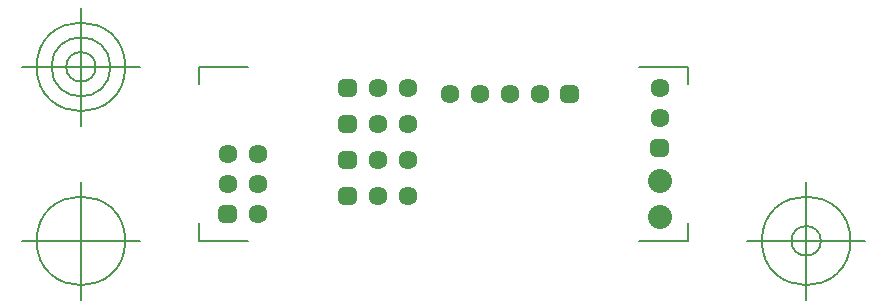
<source format=gbr>
G04 Generated by Ultiboard 13.0 *
%FSLAX25Y25*%
%MOIN*%

%ADD10C,0.00001*%
%ADD11C,0.00500*%
%ADD12C,0.06334*%
%ADD13R,0.02083X0.02083*%
%ADD14C,0.03917*%
%ADD15C,0.08000*%


G04 ColorRGB 9900CC for the following layer *
%LNSolder Mask Bottom*%
%LPD*%
G54D10*
G54D11*
X-81500Y-29000D02*
X-81500Y-23200D01*
X-81500Y-29000D02*
X-65200Y-29000D01*
X81500Y-29000D02*
X65200Y-29000D01*
X81500Y-29000D02*
X81500Y-23200D01*
X81500Y29000D02*
X81500Y23200D01*
X81500Y29000D02*
X65200Y29000D01*
X-81500Y29000D02*
X-65200Y29000D01*
X-81500Y29000D02*
X-81500Y23200D01*
X-101185Y-29000D02*
X-140555Y-29000D01*
X-120870Y-48685D02*
X-120870Y-9315D01*
X-135634Y-29000D02*
G75*
D01*
G02X-135634Y-29000I14764J0*
G01*
X101185Y-29000D02*
X140555Y-29000D01*
X120870Y-48685D02*
X120870Y-9315D01*
X106106Y-29000D02*
G75*
D01*
G02X106106Y-29000I14764J0*
G01*
X115949Y-29000D02*
G75*
D01*
G02X115949Y-29000I4921J0*
G01*
X-101185Y29000D02*
X-140555Y29000D01*
X-120870Y9315D02*
X-120870Y48685D01*
X-135634Y29000D02*
G75*
D01*
G02X-135634Y29000I14764J0*
G01*
X-130713Y29000D02*
G75*
D01*
G02X-130713Y29000I9843J0*
G01*
X-125791Y29000D02*
G75*
D01*
G02X-125791Y29000I4921J0*
G01*
G54D12*
X-62000Y-20000D03*
X-62000Y0D03*
X-72000Y0D03*
X-62000Y-10000D03*
X-72000Y-10000D03*
X-22000Y-14000D03*
X-12000Y-14000D03*
X-22000Y10000D03*
X-12000Y10000D03*
X-22000Y-2000D03*
X-12000Y-2000D03*
X-22000Y22000D03*
X-12000Y22000D03*
X32000Y20000D03*
X22000Y20000D03*
X2000Y20000D03*
X12000Y20000D03*
X72000Y12000D03*
X72000Y22000D03*
G54D13*
X-72000Y-20000D03*
X-32000Y-14000D03*
X-32000Y10000D03*
X-32000Y-2000D03*
X-32000Y22000D03*
X42000Y20000D03*
X72000Y2000D03*
G54D14*
X-73041Y-21041D02*
X-70959Y-21041D01*
X-70959Y-18959D01*
X-73041Y-18959D01*
X-73041Y-21041D01*D02*
X-33041Y-15041D02*
X-30959Y-15041D01*
X-30959Y-12959D01*
X-33041Y-12959D01*
X-33041Y-15041D01*D02*
X-33041Y8959D02*
X-30959Y8959D01*
X-30959Y11041D01*
X-33041Y11041D01*
X-33041Y8959D01*D02*
X-33041Y-3041D02*
X-30959Y-3041D01*
X-30959Y-959D01*
X-33041Y-959D01*
X-33041Y-3041D01*D02*
X-33041Y20959D02*
X-30959Y20959D01*
X-30959Y23041D01*
X-33041Y23041D01*
X-33041Y20959D01*D02*
X40959Y18959D02*
X43041Y18959D01*
X43041Y21041D01*
X40959Y21041D01*
X40959Y18959D01*D02*
X70959Y959D02*
X73041Y959D01*
X73041Y3041D01*
X70959Y3041D01*
X70959Y959D01*D02*
G54D15*
X72000Y-9000D03*
X72000Y-21000D03*

M02*

</source>
